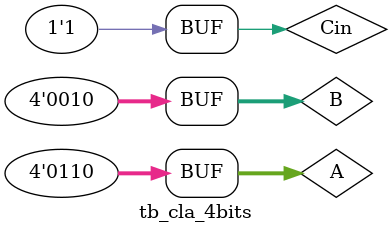
<source format=v>
/****************************************************************************************

	File name    : 
	LastEditors  : H
	LastEditTime : 2021-09-26 19:03:25
	Last Version : 1.0
	Description  : 
	
	----------------------------------------------------------------------------------------
	
	Author       : H
	Date         : 2021-09-26 19:03:22
	FilePath     : \MIPS_32_bit\CLA_adder\tb_cla_4bits.v
	Copyright 2021 H, All Rights Reserved. 

****************************************************************************************/
`timescale 1ns/1ps

module tb_cla_4bits ();
    
    // reg define
    reg [3:0] A;
    reg [3:0] B;

    // wire define
    reg Cin;
    wire [3:0]  S;
    wire        Cout;

    initial begin            
        $dumpfile("wave.vcd");        //Éú³ÉµÄvcdÎÄ¼þÃû³Æ
        $dumpvars(0, tb_cla_4bits);    //tbÄ£¿éÃû³Æ
    end

    initial begin
        A = 4'b0010;
        B = 4'b1010;
        Cin = 1'b1;
        #20
        A = 4'b0010;
        B = 4'b1010;
        Cin = 1'b0;
        #20
        A = 4'b1111;
        B = 4'b1010;
        Cin = 1'b0;
        #20
        A = 4'b1010;
        B = 4'b1010;
        Cin = 1'b1;
        #20
        A = 4'b0110;
        B = 4'b0010;
        Cin = 1'b1;
    end

    CLA_4bits_adder u_CLA_4bits_adder
    (
        .A(A),
        .B(B),
        .Cin(Cin),

        .Cout(Cout),
        .S(S)
    );
endmodule
</source>
